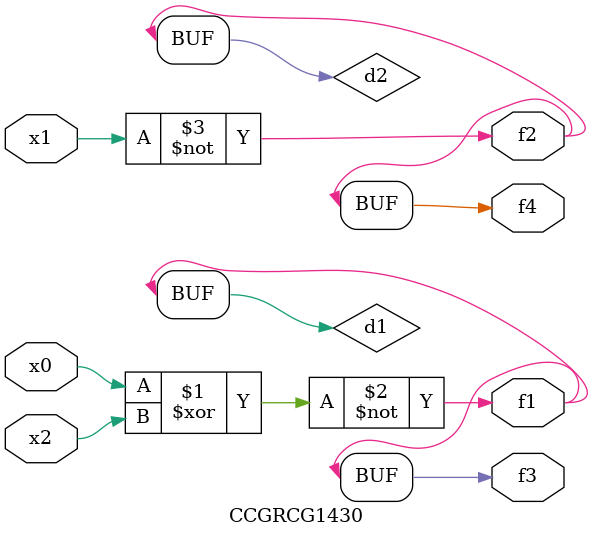
<source format=v>
module CCGRCG1430(
	input x0, x1, x2,
	output f1, f2, f3, f4
);

	wire d1, d2, d3;

	xnor (d1, x0, x2);
	nand (d2, x1);
	nor (d3, x1, x2);
	assign f1 = d1;
	assign f2 = d2;
	assign f3 = d1;
	assign f4 = d2;
endmodule

</source>
